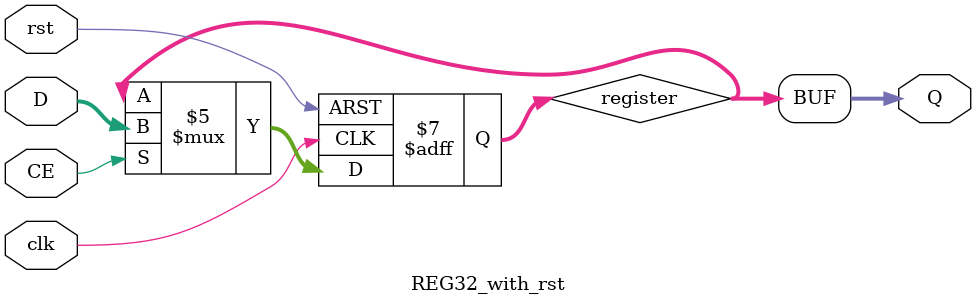
<source format=v>
`timescale 1ns / 1ps

module REG32_with_rst (
	input clk,
	input rst,
	input CE,
	input [31:0] D,
	output [31:0] Q );
	
	reg [31:0] register;
	
	assign Q = register;
	
	initial begin
		register <= 0;
	end
	
	always @(posedge clk, posedge rst) begin
		if(rst == 1) register <= 0;
		else if(CE == 1) register <= D;
	end
	
endmodule

</source>
